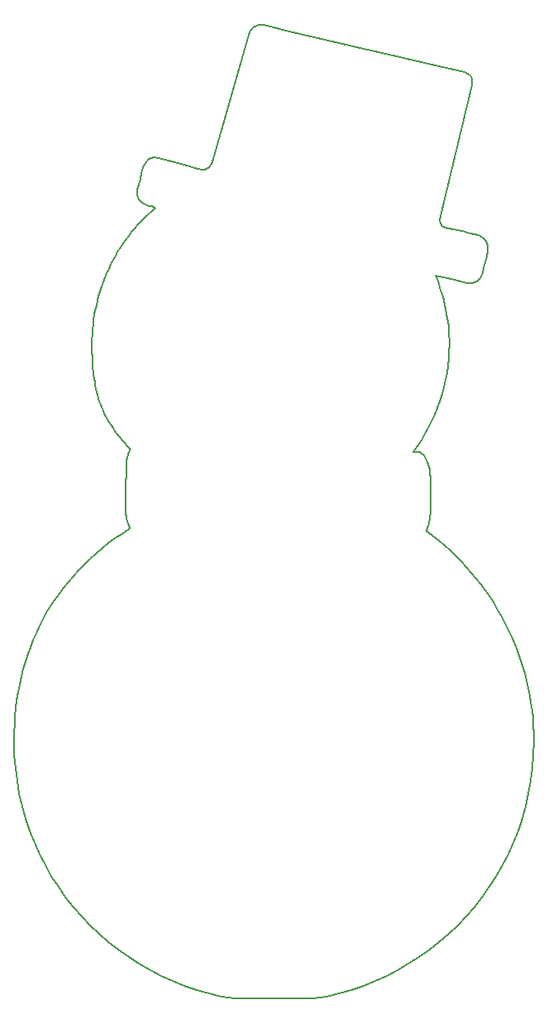
<source format=gbr>
G04 #@! TF.GenerationSoftware,KiCad,Pcbnew,(5.0.1)-4*
G04 #@! TF.CreationDate,2019-03-02T12:17:37+01:00*
G04 #@! TF.ProjectId,Simple_Christamas_Ornament,53696D706C655F436872697374616D61,rev?*
G04 #@! TF.SameCoordinates,Original*
G04 #@! TF.FileFunction,Profile,NP*
%FSLAX46Y46*%
G04 Gerber Fmt 4.6, Leading zero omitted, Abs format (unit mm)*
G04 Created by KiCad (PCBNEW (5.0.1)-4) date 02/03/2019 12:17:37*
%MOMM*%
%LPD*%
G01*
G04 APERTURE LIST*
%ADD10C,0.200000*%
G04 APERTURE END LIST*
D10*
X143764000Y-141325600D02*
X135661400Y-141325600D01*
X154246429Y-85431852D02*
X154248546Y-85431852D01*
X154218912Y-85431852D02*
X154221029Y-85431852D01*
X154216796Y-85431852D02*
X154218912Y-85431852D01*
X154297229Y-85431852D02*
X154299346Y-85431852D01*
X154199862Y-85431852D02*
X154201979Y-85431852D01*
X154210446Y-85431852D02*
X154212562Y-85431852D01*
X154295112Y-85431852D02*
X154297229Y-85431852D01*
X154252779Y-85431852D02*
X154254896Y-85431852D01*
X154248546Y-85431852D02*
X154250662Y-85431852D01*
X154237962Y-85431852D02*
X154240079Y-85431852D01*
X154180812Y-85431852D02*
X154182929Y-85431852D01*
X154212562Y-85431852D02*
X154214679Y-85431852D01*
X154286646Y-85431852D02*
X154288762Y-85431852D01*
X154284529Y-85431852D02*
X154286646Y-85431852D01*
X154197746Y-85431852D02*
X154199862Y-85431852D01*
X154271829Y-85431852D02*
X154273946Y-85431852D01*
X154174462Y-85431852D02*
X154176579Y-85431852D01*
X154267596Y-85431852D02*
X154269712Y-85431852D01*
X154233729Y-85431852D02*
X154235846Y-85431852D01*
X154227379Y-85431852D02*
X154229496Y-85431852D01*
X154225262Y-85431852D02*
X154227379Y-85431852D01*
X154223146Y-85431852D02*
X154225262Y-85431852D01*
X154221029Y-85431852D02*
X154223146Y-85431852D01*
X154189279Y-85431852D02*
X154191396Y-85431852D01*
X154185046Y-85431852D02*
X154187162Y-85431852D01*
X154170229Y-85431852D02*
X154172346Y-85431852D01*
X154187162Y-85431852D02*
X154189279Y-85431852D01*
X154176579Y-85431852D02*
X154178696Y-85431852D01*
X154193512Y-85431852D02*
X154195629Y-85431852D01*
X154165996Y-85431852D02*
X154168112Y-85431852D01*
X154282412Y-85431852D02*
X154284529Y-85431852D01*
X154280296Y-85431852D02*
X154282412Y-85431852D01*
X154278179Y-85431852D02*
X154280296Y-85431852D01*
X154191396Y-85431852D02*
X154193512Y-85431852D01*
X154214679Y-85431852D02*
X154216796Y-85431852D01*
X154263362Y-85431852D02*
X154265479Y-85431852D01*
X154257012Y-85431852D02*
X154259129Y-85431852D01*
X154182929Y-85431852D02*
X154185046Y-85431852D01*
X154288762Y-85431852D02*
X154290879Y-85431852D01*
X154276062Y-85431852D02*
X154278179Y-85431852D01*
X154229496Y-85431852D02*
X154231612Y-85431852D01*
X154254896Y-85431852D02*
X154257012Y-85431852D01*
X154269712Y-85431852D02*
X154271829Y-85431852D01*
X154195629Y-85431852D02*
X154197746Y-85431852D01*
X154172346Y-85431852D02*
X154174462Y-85431852D01*
X154178696Y-85431852D02*
X154180812Y-85431852D01*
X154273946Y-85431852D02*
X154276062Y-85431852D01*
X154168112Y-85431852D02*
X154170229Y-85431852D01*
X154292996Y-85431852D02*
X154295112Y-85431852D01*
X154265479Y-85431852D02*
X154267596Y-85431852D01*
X154204096Y-85431852D02*
X154206212Y-85431852D01*
X154244312Y-85431852D02*
X154246429Y-85431852D01*
X154206212Y-85431852D02*
X154208329Y-85431852D01*
X154201979Y-85431852D02*
X154204096Y-85431852D01*
X154290879Y-85431852D02*
X154292996Y-85431852D01*
X154261246Y-85431852D02*
X154263362Y-85431852D01*
X154235846Y-85431852D02*
X154237962Y-85431852D01*
X154231612Y-85431852D02*
X154233729Y-85431852D01*
X154163879Y-85431852D02*
X154165996Y-85431852D01*
X154242196Y-85431852D02*
X154244312Y-85431852D01*
X154208329Y-85431852D02*
X154210446Y-85431852D01*
X154259129Y-85431852D02*
X154261246Y-85431852D01*
X154240079Y-85431852D02*
X154242196Y-85431852D01*
X154250662Y-85431852D02*
X154252779Y-85431852D01*
X154106729Y-85431852D02*
X154108846Y-85431852D01*
X154132129Y-85431852D02*
X154134246Y-85431852D01*
X154028412Y-85431852D02*
X154030529Y-85431852D01*
X154119429Y-85431852D02*
X154121546Y-85431852D01*
X154140596Y-85431852D02*
X154142712Y-85431852D01*
X154138479Y-85431852D02*
X154140596Y-85431852D01*
X154136362Y-85431852D02*
X154138479Y-85431852D01*
X154134246Y-85431852D02*
X154136362Y-85431852D01*
X154032646Y-85431852D02*
X154034762Y-85431852D01*
X154127896Y-85431852D02*
X154130012Y-85431852D01*
X154123662Y-85431852D02*
X154125779Y-85431852D01*
X154051696Y-85431852D02*
X154053812Y-85431852D01*
X154053812Y-85431852D02*
X154055929Y-85431852D01*
X154043229Y-85431852D02*
X154045346Y-85431852D01*
X154081329Y-85431852D02*
X154083446Y-85431852D01*
X154115196Y-85431852D02*
X154117312Y-85431852D01*
X154034762Y-85431852D02*
X154036879Y-85431852D01*
X154091912Y-85431852D02*
X154094029Y-85431852D01*
X154100379Y-85431852D02*
X154102496Y-85431852D01*
X154125779Y-85431852D02*
X154127896Y-85431852D01*
X154130012Y-85431852D02*
X154132129Y-85431852D01*
X154104612Y-85431852D02*
X154106729Y-85431852D01*
X154066512Y-85431852D02*
X154068629Y-85431852D01*
X154113079Y-85431852D02*
X154115196Y-85431852D01*
X154068629Y-85431852D02*
X154070746Y-85431852D01*
X154036879Y-85431852D02*
X154038996Y-85431852D01*
X154062279Y-85431852D02*
X154064396Y-85431852D01*
X154102496Y-85431852D02*
X154104612Y-85431852D01*
X154041112Y-85431852D02*
X154043229Y-85431852D01*
X154064396Y-85431852D02*
X154066512Y-85431852D01*
X154045346Y-85431852D02*
X154047462Y-85431852D01*
X154098262Y-85431852D02*
X154100379Y-85431852D01*
X154060162Y-85431852D02*
X154062279Y-85431852D01*
X154121546Y-85431852D02*
X154123662Y-85431852D01*
X154117312Y-85431852D02*
X154119429Y-85431852D01*
X154072862Y-85431852D02*
X154074979Y-85431852D01*
X154038996Y-85431852D02*
X154041112Y-85431852D01*
X154079212Y-85431852D02*
X154081329Y-85431852D01*
X154085562Y-85431852D02*
X154087679Y-85431852D01*
X154070746Y-85431852D02*
X154072862Y-85431852D01*
X154161762Y-85431852D02*
X154163879Y-85431852D01*
X154055929Y-85431852D02*
X154058046Y-85431852D01*
X154142712Y-85431852D02*
X154144829Y-85431852D01*
X154087679Y-85431852D02*
X154089796Y-85431852D01*
X154047462Y-85431852D02*
X154049579Y-85431852D01*
X154096146Y-85431852D02*
X154098262Y-85431852D01*
X154074979Y-85431852D02*
X154077096Y-85431852D01*
X154108846Y-85431852D02*
X154110962Y-85431852D01*
X154058046Y-85431852D02*
X154060162Y-85431852D01*
X154159646Y-85431852D02*
X154161762Y-85431852D01*
X154157529Y-85431852D02*
X154159646Y-85431852D01*
X154110962Y-85431852D02*
X154113079Y-85431852D01*
X154155412Y-85431852D02*
X154157529Y-85431852D01*
X154077096Y-85431852D02*
X154079212Y-85431852D01*
X154030529Y-85431852D02*
X154032646Y-85431852D01*
X154153296Y-85431852D02*
X154155412Y-85431852D01*
X154151179Y-85431852D02*
X154153296Y-85431852D01*
X154083446Y-85431852D02*
X154085562Y-85431852D01*
X154089796Y-85431852D02*
X154091912Y-85431852D01*
X154149062Y-85431852D02*
X154151179Y-85431852D01*
X154049579Y-85431852D02*
X154051696Y-85431852D01*
X154146946Y-85431852D02*
X154149062Y-85431852D01*
X154144829Y-85431852D02*
X154146946Y-85431852D01*
X154094029Y-85431852D02*
X154096146Y-85431852D01*
X154005129Y-85431852D02*
X154007246Y-85431852D01*
X153998779Y-85431852D02*
X154000896Y-85431852D01*
X156203626Y-81599857D02*
X155898376Y-82271603D01*
X153994546Y-85431852D02*
X153996662Y-85431852D01*
X153992429Y-85431852D02*
X153994546Y-85431852D01*
X154407756Y-84829139D02*
X153969146Y-85431852D01*
X156442717Y-67769396D02*
X156602327Y-68194089D01*
X153979729Y-85431852D02*
X153981846Y-85431852D01*
X157641856Y-73047291D02*
X157670180Y-73499684D01*
X154820273Y-84210893D02*
X154407756Y-84829139D01*
X155565874Y-82931264D02*
X155206409Y-83577980D01*
X156952944Y-79520724D02*
X156731200Y-80223556D01*
X159502038Y-68129817D02*
X157887233Y-67739077D01*
X157146270Y-78809252D02*
X156952944Y-79520724D01*
X157693172Y-74407212D02*
X157676424Y-75152438D01*
X157676424Y-75152438D02*
X157629550Y-75894192D01*
X160021301Y-68150110D02*
X159502038Y-68129817D01*
X157016709Y-69487949D02*
X157133218Y-69925144D01*
X154026296Y-85431852D02*
X154028412Y-85431852D01*
X154013596Y-85431852D02*
X154015712Y-85431852D01*
X154024179Y-85431852D02*
X154026296Y-85431852D01*
X154000896Y-85431852D02*
X154003012Y-85431852D01*
X153977612Y-85431852D02*
X153979729Y-85431852D01*
X153971262Y-85431852D02*
X153973379Y-85431852D01*
X153973379Y-85431852D02*
X153975496Y-85431852D01*
X157417301Y-71251604D02*
X157490046Y-71698032D01*
X157446506Y-77363833D02*
X157310889Y-78090003D01*
X154019946Y-85431852D02*
X154022062Y-85431852D01*
X154003012Y-85431852D02*
X154005129Y-85431852D01*
X153990312Y-85431852D02*
X153992429Y-85431852D01*
X153988196Y-85431852D02*
X153990312Y-85431852D01*
X157333553Y-70807178D02*
X157417301Y-71251604D01*
X157670180Y-73499684D02*
X157687298Y-73953060D01*
X156889368Y-69053572D02*
X157016709Y-69487949D01*
X154022062Y-85431852D02*
X154024179Y-85431852D01*
X154017829Y-85431852D02*
X154019946Y-85431852D01*
X154015712Y-85431852D02*
X154017829Y-85431852D01*
X157490046Y-71698032D02*
X157551747Y-72146260D01*
X154011479Y-85431852D02*
X154013596Y-85431852D01*
X160490535Y-67976054D02*
X160021301Y-68150110D01*
X154009362Y-85431852D02*
X154011479Y-85431852D01*
X154007246Y-85431852D02*
X154009362Y-85431852D01*
X153975496Y-85431852D02*
X153977612Y-85431852D01*
X156272431Y-67348335D02*
X156442717Y-67769396D01*
X157552824Y-76631609D02*
X157446506Y-77363833D01*
X153996662Y-85431852D02*
X153998779Y-85431852D01*
X153986079Y-85431852D02*
X153988196Y-85431852D01*
X153983962Y-85431852D02*
X153986079Y-85431852D01*
X157887233Y-67739077D02*
X156272431Y-67348335D01*
X157629550Y-75894192D02*
X157552824Y-76631609D01*
X153981846Y-85431852D02*
X153983962Y-85431852D01*
X153969146Y-85431852D02*
X153971262Y-85431852D01*
X155206409Y-83577980D02*
X154820273Y-84210893D01*
X155898376Y-82271603D02*
X155565874Y-82931264D01*
X156731200Y-80223556D02*
X156481333Y-80916886D01*
X157310889Y-78090003D02*
X157146270Y-78809252D01*
X157602364Y-72596081D02*
X157641856Y-73047291D01*
X157687298Y-73953060D02*
X157693172Y-74407212D01*
X156751223Y-68622217D02*
X156889368Y-69053572D01*
X157551747Y-72146260D02*
X157602364Y-72596081D01*
X156602327Y-68194089D02*
X156751223Y-68622217D01*
X157238848Y-70364956D02*
X157333553Y-70807178D01*
X156481333Y-80916886D02*
X156203626Y-81599857D01*
X157133218Y-69925144D02*
X157238848Y-70364956D01*
X159813236Y-46909355D02*
X159928285Y-47064594D01*
X160859782Y-67638181D02*
X160490535Y-67976054D01*
X161079071Y-67167027D02*
X160859782Y-67638181D01*
X138531669Y-41740394D02*
X138564331Y-41744230D01*
X161359363Y-66009128D02*
X161219218Y-66588076D01*
X161659948Y-64331972D02*
X161639655Y-64851232D01*
X156650081Y-45996910D02*
X159214973Y-46600999D01*
X161485895Y-63862733D02*
X161659948Y-64331972D01*
X156802016Y-62055491D02*
X156981779Y-62285901D01*
X156773097Y-61324659D02*
X156726837Y-61739698D01*
X160030784Y-47679163D02*
X159986554Y-47931604D01*
X160036314Y-47450108D02*
X160030784Y-47679163D01*
X160002397Y-47245050D02*
X160036314Y-47450108D01*
X158963071Y-62859491D02*
X159819967Y-63066845D01*
X156981779Y-62285901D02*
X157249280Y-62444786D01*
X159986554Y-47931604D02*
X156773097Y-61324659D01*
X146390511Y-43580566D02*
X148955405Y-44184652D01*
X138695835Y-41768308D02*
X141260727Y-42372394D01*
X156726837Y-61739698D02*
X156802016Y-62055491D01*
X159457326Y-46676948D02*
X159656494Y-46779934D01*
X159214973Y-46600999D02*
X159457326Y-46676948D01*
X138597087Y-41748940D02*
X138629924Y-41754523D01*
X148955405Y-44184652D02*
X151520295Y-44788741D01*
X138434297Y-41733965D02*
X138466645Y-41735288D01*
X143825619Y-42976480D02*
X146390511Y-43580566D01*
X154085187Y-45392827D02*
X156650081Y-45996910D01*
X138499106Y-41737404D02*
X138531669Y-41740394D01*
X159656494Y-46779934D02*
X159813236Y-46909355D01*
X161219218Y-66588076D02*
X161079071Y-67167027D01*
X160676865Y-63274199D02*
X161148019Y-63493486D01*
X158106176Y-62652140D02*
X158963071Y-62859491D01*
X161499510Y-65430180D02*
X161359363Y-66009128D01*
X138662841Y-41760979D02*
X138695835Y-41768308D01*
X151520295Y-44788741D02*
X154085187Y-45392827D01*
X161639655Y-64851232D02*
X161499510Y-65430180D01*
X161148019Y-63493486D02*
X161485895Y-63862733D01*
X159819967Y-63066845D02*
X160676865Y-63274199D01*
X157249280Y-62444786D02*
X158106176Y-62652140D01*
X138564331Y-41744230D02*
X138597087Y-41748940D01*
X141260727Y-42372394D02*
X143825619Y-42976480D01*
X138629924Y-41754523D02*
X138662841Y-41760979D01*
X138466645Y-41735288D02*
X138499106Y-41737404D01*
X159928285Y-47064594D02*
X160002397Y-47245050D01*
X163427611Y-102924374D02*
X163771932Y-103621853D01*
X155759835Y-90760494D02*
X155759835Y-90952055D01*
X161850527Y-100242484D02*
X162274303Y-100895840D01*
X156590820Y-94453371D02*
X157196911Y-94964544D01*
X155487965Y-93600968D02*
X155527952Y-93630800D01*
X155643072Y-92536105D02*
X155613436Y-92670622D01*
X155967784Y-93958921D02*
X156590820Y-94453371D01*
X155887814Y-93899265D02*
X155927798Y-93929091D01*
X155847830Y-93869433D02*
X155887814Y-93899265D01*
X155647908Y-93720288D02*
X155687892Y-93750117D01*
X155712977Y-92109507D02*
X155692948Y-92255321D01*
X155607922Y-93690458D02*
X155647908Y-93720288D01*
X155759835Y-90568933D02*
X155759835Y-90760494D01*
X155729593Y-91960372D02*
X155712977Y-92109507D01*
X155506991Y-93047992D02*
X155466010Y-93164300D01*
X155757983Y-91495327D02*
X155752215Y-91653061D01*
X158357310Y-96035233D02*
X158911152Y-96593840D01*
X163063076Y-102237241D02*
X163427611Y-102924374D01*
X162678562Y-101560910D02*
X163063076Y-102237241D01*
X155767860Y-93809775D02*
X155807846Y-93839607D01*
X155328027Y-93481652D02*
X155368014Y-93511481D01*
X162274303Y-100895840D02*
X162678562Y-101560910D01*
X161407472Y-99601298D02*
X161850527Y-100242484D01*
X160945372Y-98972735D02*
X161407472Y-99601298D01*
X155376425Y-93381356D02*
X155328027Y-93481652D01*
X159964956Y-97755308D02*
X160464455Y-98357253D01*
X155527952Y-93630800D02*
X155567938Y-93660629D01*
X155545292Y-92926792D02*
X155506991Y-93047992D01*
X159447113Y-97167351D02*
X159964956Y-97755308D01*
X155368014Y-93511481D02*
X155407997Y-93541307D01*
X158911152Y-96593840D02*
X159447113Y-97167351D01*
X157785816Y-95491980D02*
X158357310Y-96035233D01*
X155742716Y-91808149D02*
X155729593Y-91960372D01*
X157196911Y-94964544D02*
X157785816Y-95491980D01*
X155727876Y-93779946D02*
X155767860Y-93809775D01*
X155669612Y-92397593D02*
X155643072Y-92536105D01*
X155759835Y-91143616D02*
X155759835Y-91335180D01*
X155927798Y-93929091D02*
X155967784Y-93958921D01*
X155687892Y-93750117D02*
X155727876Y-93779946D01*
X155692948Y-92255321D02*
X155669612Y-92397593D01*
X155807846Y-93839607D02*
X155847830Y-93869433D01*
X155567938Y-93660629D02*
X155607922Y-93690458D01*
X155447984Y-93571139D02*
X155487965Y-93600968D01*
X155759835Y-91335180D02*
X155757983Y-91495327D01*
X155407997Y-93541307D02*
X155447984Y-93571139D01*
X155759835Y-90952055D02*
X155759835Y-91143616D01*
X155580807Y-92800929D02*
X155545292Y-92926792D01*
X155752215Y-91653061D02*
X155742716Y-91808149D01*
X155422454Y-93275499D02*
X155376425Y-93381356D01*
X155613436Y-92670622D02*
X155580807Y-92800929D01*
X160464455Y-98357253D02*
X160945372Y-98972735D01*
X155466010Y-93164300D02*
X155422454Y-93275499D01*
X155759835Y-90185811D02*
X155759835Y-90377372D01*
X155661992Y-87163338D02*
X155703865Y-87424360D01*
X155609536Y-86915122D02*
X155661992Y-87163338D01*
X155759835Y-88844885D02*
X155759835Y-89036445D01*
X155759835Y-88461763D02*
X155759835Y-88653324D01*
X154500429Y-85431852D02*
X154502546Y-85431852D01*
X155753406Y-87979194D02*
X155759835Y-88270202D01*
X155306276Y-86078425D02*
X155394869Y-86261363D01*
X154439046Y-85431852D02*
X154441162Y-85431852D01*
X155734541Y-87696778D02*
X155753406Y-87979194D01*
X154487729Y-85431852D02*
X154489846Y-85431852D01*
X155703865Y-87424360D02*
X155734541Y-87696778D01*
X154481379Y-85431852D02*
X154483496Y-85431852D01*
X154458096Y-85431852D02*
X154460212Y-85431852D01*
X154445396Y-85431852D02*
X154447512Y-85431852D01*
X154464446Y-85431852D02*
X154466562Y-85431852D01*
X154447512Y-85431852D02*
X154449629Y-85431852D01*
X154460212Y-85431852D02*
X154462329Y-85431852D01*
X155759835Y-89994250D02*
X155759835Y-90185811D01*
X154466562Y-85431852D02*
X154468679Y-85431852D01*
X155759835Y-89802689D02*
X155759835Y-89994250D01*
X155759835Y-89611128D02*
X155759835Y-89802689D01*
X155759835Y-89419567D02*
X155759835Y-89611128D01*
X155759835Y-88270202D02*
X155759835Y-88461763D01*
X154883178Y-85559045D02*
X154998023Y-85654224D01*
X154511012Y-85431852D02*
X154639055Y-85446457D01*
X154453862Y-85431852D02*
X154455979Y-85431852D01*
X155759835Y-89228006D02*
X155759835Y-89419567D01*
X155759835Y-89036445D02*
X155759835Y-89228006D01*
X155759835Y-88653324D02*
X155759835Y-88844885D01*
X155547121Y-86681119D02*
X155609536Y-86915122D01*
X155475358Y-86462732D02*
X155547121Y-86681119D01*
X154504662Y-85431852D02*
X154506779Y-85431852D01*
X154441162Y-85431852D02*
X154443279Y-85431852D01*
X155394869Y-86261363D02*
X155475358Y-86462732D01*
X154485612Y-85431852D02*
X154487729Y-85431852D01*
X154491962Y-85431852D02*
X154494079Y-85431852D01*
X154998023Y-85654224D02*
X155107232Y-85773450D01*
X154494079Y-85431852D02*
X154496196Y-85431852D01*
X154763314Y-85489322D02*
X154883178Y-85559045D01*
X154470796Y-85431852D02*
X154472912Y-85431852D01*
X155210190Y-85915320D02*
X155306276Y-86078425D01*
X154498312Y-85431852D02*
X154500429Y-85431852D01*
X154477146Y-85431852D02*
X154479262Y-85431852D01*
X154451746Y-85431852D02*
X154453862Y-85431852D01*
X154483496Y-85431852D02*
X154485612Y-85431852D01*
X154475029Y-85431852D02*
X154477146Y-85431852D01*
X155107232Y-85773450D02*
X155210190Y-85915320D01*
X154508896Y-85431852D02*
X154511012Y-85431852D01*
X154449629Y-85431852D02*
X154451746Y-85431852D01*
X154479262Y-85431852D02*
X154481379Y-85431852D01*
X154472912Y-85431852D02*
X154475029Y-85431852D01*
X154506779Y-85431852D02*
X154508896Y-85431852D01*
X154502546Y-85431852D02*
X154504662Y-85431852D01*
X154489846Y-85431852D02*
X154491962Y-85431852D01*
X154468679Y-85431852D02*
X154470796Y-85431852D01*
X154436929Y-85431852D02*
X154439046Y-85431852D01*
X154462329Y-85431852D02*
X154464446Y-85431852D01*
X154455979Y-85431852D02*
X154458096Y-85431852D01*
X154443279Y-85431852D02*
X154445396Y-85431852D01*
X154434812Y-85431852D02*
X154436929Y-85431852D01*
X154496196Y-85431852D02*
X154498312Y-85431852D01*
X154639055Y-85446457D02*
X154763314Y-85489322D01*
X155759835Y-90377372D02*
X155759835Y-90568933D01*
X154390362Y-85431852D02*
X154392479Y-85431852D01*
X154354379Y-85431852D02*
X154356496Y-85431852D01*
X154352262Y-85431852D02*
X154354379Y-85431852D01*
X154432696Y-85431852D02*
X154434812Y-85431852D01*
X154413646Y-85431852D02*
X154415762Y-85431852D01*
X154318396Y-85431852D02*
X154320512Y-85431852D01*
X154407296Y-85431852D02*
X154409412Y-85431852D01*
X154405179Y-85431852D02*
X154407296Y-85431852D01*
X154343796Y-85431852D02*
X154345912Y-85431852D01*
X154388246Y-85431852D02*
X154390362Y-85431852D01*
X154305696Y-85431852D02*
X154307812Y-85431852D01*
X154369196Y-85431852D02*
X154371312Y-85431852D01*
X154364962Y-85431852D02*
X154367079Y-85431852D01*
X154360729Y-85431852D02*
X154362846Y-85431852D01*
X154358612Y-85431852D02*
X154360729Y-85431852D01*
X154299346Y-85431852D02*
X154301462Y-85431852D01*
X154356496Y-85431852D02*
X154358612Y-85431852D01*
X154422112Y-85431852D02*
X154424229Y-85431852D01*
X154398829Y-85431852D02*
X154400946Y-85431852D01*
X154430579Y-85431852D02*
X154432696Y-85431852D01*
X154428462Y-85431852D02*
X154430579Y-85431852D01*
X154426346Y-85431852D02*
X154428462Y-85431852D01*
X154419996Y-85431852D02*
X154422112Y-85431852D01*
X154362846Y-85431852D02*
X154364962Y-85431852D01*
X154417879Y-85431852D02*
X154419996Y-85431852D01*
X154328979Y-85431852D02*
X154331096Y-85431852D01*
X154335329Y-85431852D02*
X154337446Y-85431852D01*
X154411529Y-85431852D02*
X154413646Y-85431852D01*
X154403062Y-85431852D02*
X154405179Y-85431852D01*
X154386129Y-85431852D02*
X154388246Y-85431852D01*
X154377662Y-85431852D02*
X154379779Y-85431852D01*
X154371312Y-85431852D02*
X154373429Y-85431852D01*
X154322629Y-85431852D02*
X154324746Y-85431852D01*
X154367079Y-85431852D02*
X154369196Y-85431852D01*
X154348029Y-85431852D02*
X154350146Y-85431852D01*
X154303579Y-85431852D02*
X154305696Y-85431852D01*
X154309929Y-85431852D02*
X154312046Y-85431852D01*
X154345912Y-85431852D02*
X154348029Y-85431852D01*
X154312046Y-85431852D02*
X154314162Y-85431852D01*
X154337446Y-85431852D02*
X154339562Y-85431852D01*
X154333212Y-85431852D02*
X154335329Y-85431852D01*
X154341679Y-85431852D02*
X154343796Y-85431852D01*
X154394596Y-85431852D02*
X154396712Y-85431852D01*
X154316279Y-85431852D02*
X154318396Y-85431852D01*
X154350146Y-85431852D02*
X154352262Y-85431852D01*
X154409412Y-85431852D02*
X154411529Y-85431852D01*
X154301462Y-85431852D02*
X154303579Y-85431852D01*
X154381896Y-85431852D02*
X154384012Y-85431852D01*
X154375546Y-85431852D02*
X154377662Y-85431852D01*
X154415762Y-85431852D02*
X154417879Y-85431852D01*
X154326862Y-85431852D02*
X154328979Y-85431852D01*
X154339562Y-85431852D02*
X154341679Y-85431852D01*
X154400946Y-85431852D02*
X154403062Y-85431852D01*
X154396712Y-85431852D02*
X154398829Y-85431852D01*
X154392479Y-85431852D02*
X154394596Y-85431852D01*
X154384012Y-85431852D02*
X154386129Y-85431852D01*
X154373429Y-85431852D02*
X154375546Y-85431852D01*
X154320512Y-85431852D02*
X154322629Y-85431852D01*
X154379779Y-85431852D02*
X154381896Y-85431852D01*
X154324746Y-85431852D02*
X154326862Y-85431852D01*
X154307812Y-85431852D02*
X154309929Y-85431852D01*
X154314162Y-85431852D02*
X154316279Y-85431852D01*
X154331096Y-85431852D02*
X154333212Y-85431852D01*
X154424229Y-85431852D02*
X154426346Y-85431852D01*
X124597739Y-86735367D02*
X124607158Y-86569791D01*
X124578451Y-88499598D02*
X124583901Y-87867678D01*
X124566439Y-89503014D02*
X124572551Y-89041869D01*
X121261915Y-77571089D02*
X121220780Y-77206946D01*
X123928838Y-83910985D02*
X123691962Y-83606370D01*
X121309823Y-77927718D02*
X121261915Y-77571089D01*
X125010725Y-85154667D02*
X124719461Y-84839008D01*
X124583901Y-87867678D02*
X124588664Y-87137602D01*
X124572551Y-89041869D02*
X124578451Y-88499598D01*
X124544902Y-90706572D02*
X124549373Y-90484806D01*
X121757247Y-79936366D02*
X121662042Y-79614813D01*
X121861442Y-80253753D02*
X121757247Y-79936366D01*
X122374514Y-81491129D02*
X122231166Y-81185652D01*
X124178838Y-84217645D02*
X123928838Y-83910985D01*
X121364817Y-78277307D02*
X121309823Y-77927718D01*
X124701747Y-85980386D02*
X124729962Y-85889740D01*
X123056875Y-82700005D02*
X122869301Y-82398788D01*
X121427221Y-78620331D02*
X121364817Y-78277307D01*
X121497349Y-78957273D02*
X121427221Y-78620331D01*
X123256296Y-83001358D02*
X123056875Y-82700005D01*
X122231166Y-81185652D02*
X122098085Y-80877913D01*
X124915935Y-85411873D02*
X124961901Y-85290911D01*
X124539319Y-91042945D02*
X124541436Y-90889780D01*
X124654519Y-86180147D02*
X124676585Y-86076216D01*
X122869301Y-82398788D02*
X122693263Y-82097216D01*
X124542547Y-91407321D02*
X124539584Y-91293201D01*
X124555353Y-91656117D02*
X124547733Y-91525455D01*
X122528438Y-81794826D02*
X122374514Y-81491129D01*
X124547733Y-91525455D02*
X124542547Y-91407321D01*
X124719461Y-84839008D02*
X124442273Y-84526826D01*
X124872853Y-85520474D02*
X124915935Y-85411873D01*
X121662042Y-79614813D02*
X121575515Y-79288605D01*
X122693263Y-82097216D02*
X122528438Y-81794826D01*
X124442273Y-84526826D02*
X124178838Y-84217645D01*
X124832687Y-85619640D02*
X124872853Y-85520474D01*
X124795462Y-85712289D02*
X124832687Y-85619640D01*
X124619779Y-86424011D02*
X124635575Y-86295103D01*
X124591574Y-86923663D02*
X124597739Y-86735367D01*
X123691962Y-83606370D02*
X123467886Y-83303319D01*
X124761212Y-85801348D02*
X124795462Y-85712289D01*
X124539584Y-91293201D02*
X124538525Y-91174578D01*
X124588664Y-87137602D02*
X124591574Y-86923663D01*
X121095719Y-74407212D02*
X121102678Y-73902197D01*
X124676585Y-86076216D02*
X124701747Y-85980386D01*
X122098085Y-80877913D02*
X121974948Y-80567440D01*
X121157553Y-76454180D02*
X121134825Y-76064605D01*
X124729962Y-85889740D02*
X124761212Y-85801348D01*
X121098392Y-74837382D02*
X121095719Y-74407212D01*
X121575515Y-79288605D02*
X121497349Y-78957273D01*
X124635575Y-86295103D02*
X124654519Y-86180147D01*
X124961901Y-85290911D02*
X125010725Y-85154667D01*
X124560380Y-89891539D02*
X124566439Y-89503014D01*
X121105562Y-75256686D02*
X121098392Y-74837382D01*
X121134825Y-76064605D02*
X121117601Y-75665600D01*
X121117601Y-75665600D02*
X121105562Y-75256686D01*
X121186098Y-76834799D02*
X121157553Y-76454180D01*
X124541436Y-90889780D02*
X124544902Y-90706572D01*
X124538525Y-91174578D02*
X124539319Y-91042945D01*
X121974948Y-80567440D02*
X121861442Y-80253753D01*
X123467886Y-83303319D02*
X123256296Y-83001358D01*
X124554612Y-90215966D02*
X124560380Y-89891539D01*
X121220780Y-77206946D02*
X121186098Y-76834799D01*
X124549373Y-90484806D02*
X124554612Y-90215966D01*
X124607158Y-86569791D02*
X124619779Y-86424011D01*
X124681906Y-92442075D02*
X124643925Y-92305370D01*
X113118294Y-114148690D02*
X113154055Y-113292631D01*
X124953964Y-93129132D02*
X124938988Y-93075130D01*
X124950471Y-93218013D02*
X124958356Y-93176487D01*
X124928590Y-93254526D02*
X124950471Y-93218013D01*
X122136376Y-95285623D02*
X122790796Y-94765667D01*
X114775226Y-105376776D02*
X115063569Y-104651267D01*
X121504786Y-95818976D02*
X122136376Y-95285623D01*
X119747088Y-97498641D02*
X120310137Y-96925556D01*
X114047812Y-107626399D02*
X114267342Y-106864414D01*
X113851232Y-108400397D02*
X114047812Y-107626399D01*
X113105541Y-115016206D02*
X113118294Y-114148690D01*
X115730906Y-126558627D02*
X115197744Y-125379300D01*
X116959914Y-128821503D02*
X116318853Y-127706575D01*
X118394689Y-130945498D02*
X117652416Y-129901691D01*
X119185057Y-131951259D02*
X118394689Y-130945498D01*
X120021852Y-132917279D02*
X119185057Y-131951259D01*
X116066123Y-102548854D02*
X116446133Y-101872994D01*
X113399258Y-110793747D02*
X113526948Y-109984148D01*
X124938988Y-93075130D02*
X124915176Y-93013657D01*
X124565698Y-91807821D02*
X124555353Y-91656117D01*
X124847786Y-92865027D02*
X124807641Y-92776230D01*
X124584113Y-91989061D02*
X124565698Y-91807821D01*
X117652416Y-129901691D02*
X116959914Y-128821503D01*
X124610762Y-92154639D02*
X124584113Y-91989061D01*
X117723541Y-99921261D02*
X118195116Y-99296209D01*
X124168119Y-93766206D02*
X124891011Y-93286850D01*
X124643925Y-92305370D02*
X124610762Y-92154639D01*
X124722990Y-92565572D02*
X124681906Y-92442075D01*
X124765472Y-92676686D02*
X124722990Y-92565572D01*
X120310137Y-96925556D02*
X120896038Y-96365642D01*
X117274848Y-100559124D02*
X117723541Y-99921261D01*
X115709023Y-103237234D02*
X116066123Y-102548854D01*
X113140180Y-116386245D02*
X113105541Y-115016206D01*
X116318853Y-127706575D02*
X115730906Y-126558627D01*
X124807641Y-92776230D02*
X124765472Y-92676686D01*
X118195116Y-99296209D02*
X118689575Y-98684040D01*
X115197744Y-125379300D02*
X114721045Y-124170286D01*
X113677610Y-109186340D02*
X113851232Y-108400397D01*
X113943715Y-121669842D02*
X113646432Y-120381771D01*
X124884204Y-92943897D02*
X124847786Y-92865027D01*
X124915176Y-93013657D02*
X124884204Y-92943897D01*
X123468048Y-94259170D02*
X124168119Y-93766206D01*
X114509815Y-106114516D02*
X114775226Y-105376776D01*
X113212803Y-112448054D02*
X113294541Y-111615093D01*
X124958356Y-93176487D02*
X124953964Y-93129132D01*
X114267342Y-106864414D02*
X114509815Y-106114516D01*
X113412299Y-119070707D02*
X113242992Y-117738292D01*
X114302476Y-122933227D02*
X113943715Y-121669842D01*
X122790796Y-94765667D02*
X123468048Y-94259170D01*
X124891011Y-93286850D02*
X124928590Y-93254526D01*
X120896038Y-96365642D02*
X121504786Y-95818976D01*
X119206899Y-98084825D02*
X119747088Y-97498641D01*
X113294541Y-111615093D02*
X113399258Y-110793747D01*
X118689575Y-98684040D02*
X119206899Y-98084825D01*
X113154055Y-113292631D02*
X113212803Y-112448054D01*
X115374835Y-103938062D02*
X115709023Y-103237234D01*
X114721045Y-124170286D02*
X114302476Y-122933227D01*
X113526948Y-109984148D02*
X113677610Y-109186340D01*
X116849041Y-101209726D02*
X117274848Y-100559124D01*
X115063569Y-104651267D02*
X115374835Y-103938062D01*
X113242992Y-117738292D02*
X113140180Y-116386245D01*
X113646432Y-120381771D02*
X113412299Y-119070707D01*
X116446133Y-101872994D02*
X116849041Y-101209726D01*
X166339520Y-114218143D02*
X166352670Y-115016206D01*
X166052140Y-111065633D02*
X166158735Y-111846894D01*
X165770859Y-109519593D02*
X165922772Y-110289716D01*
X120903391Y-133841918D02*
X120021852Y-132917279D01*
X121828012Y-134723457D02*
X120903391Y-133841918D01*
X125923812Y-137785401D02*
X124843609Y-137092880D01*
X166158735Y-111846894D02*
X166242317Y-112633024D01*
X165922772Y-110289716D02*
X166052140Y-111065633D01*
X164942422Y-106506147D02*
X165182182Y-107248539D01*
X148883185Y-140024252D02*
X147646144Y-140442823D01*
X122794035Y-135560255D02*
X121828012Y-134723457D01*
X123799796Y-136350618D02*
X122794035Y-135560255D01*
X124843609Y-137092880D02*
X123799796Y-136350618D01*
X152419484Y-138426460D02*
X151271528Y-139014390D01*
X165514493Y-121669842D02*
X165155732Y-122933227D01*
X127038724Y-138426460D02*
X125923812Y-137785401D01*
X128186680Y-139014390D02*
X127038724Y-138426460D01*
X129366007Y-139547552D02*
X128186680Y-139014390D01*
X130575026Y-140024252D02*
X129366007Y-139547552D01*
X131812067Y-140442823D02*
X130575026Y-140024252D01*
X162498294Y-128821503D02*
X161805792Y-129901691D01*
X164399002Y-105046039D02*
X164681283Y-105771831D01*
X166045909Y-119070707D02*
X165811779Y-120381771D01*
X134363526Y-141098884D02*
X133075457Y-140801598D01*
X145094682Y-141098884D02*
X143783613Y-141333013D01*
X159436358Y-132917279D02*
X158554817Y-133841918D01*
X161805792Y-129901691D02*
X161063519Y-130945498D01*
X163139358Y-127706575D02*
X162498294Y-128821503D01*
X146382753Y-140801598D02*
X145094682Y-141098884D01*
X150092203Y-139547552D02*
X148883185Y-140024252D01*
X151271528Y-139014390D02*
X150092203Y-139547552D01*
X163727304Y-126558627D02*
X163139358Y-127706575D01*
X164260466Y-125379300D02*
X163727304Y-126558627D01*
X166318028Y-116386245D02*
X166215218Y-117738292D01*
X166302655Y-113423599D02*
X166339520Y-114218143D01*
X158554817Y-133841918D02*
X157630198Y-134723457D01*
X164737166Y-124170286D02*
X164260466Y-125379300D01*
X163771932Y-103621853D02*
X164095805Y-104329227D01*
X166242317Y-112633024D02*
X166302655Y-113423599D01*
X161063519Y-130945498D02*
X160273150Y-131951259D01*
X165811779Y-120381771D02*
X165514493Y-121669842D01*
X154614599Y-137092880D02*
X153534395Y-137785401D01*
X155658415Y-136350618D02*
X154614599Y-137092880D01*
X165155732Y-122933227D02*
X164737166Y-124170286D01*
X135674597Y-141333013D02*
X134363526Y-141098884D01*
X153534395Y-137785401D02*
X152419484Y-138426460D01*
X166215218Y-117738292D02*
X166045909Y-119070707D01*
X156664173Y-135560255D02*
X155658415Y-136350618D01*
X165596633Y-108755714D02*
X165770859Y-109519593D01*
X133075457Y-140801598D02*
X131812067Y-140442823D01*
X157630198Y-134723457D02*
X156664173Y-135560255D01*
X160273150Y-131951259D02*
X159436358Y-132917279D01*
X164681283Y-105771831D02*
X164942422Y-106506147D01*
X164095805Y-104329227D02*
X164399002Y-105046039D01*
X147646144Y-140442823D02*
X146382753Y-140801598D01*
X165400328Y-107998548D02*
X165596633Y-108755714D01*
X165182182Y-107248539D02*
X165400328Y-107998548D01*
X166352670Y-115016206D02*
X166318028Y-116386245D01*
X121646865Y-69950211D02*
X121774206Y-69470995D01*
X123993560Y-64526782D02*
X124266706Y-64113571D01*
X121102678Y-73902197D02*
X121123474Y-73399041D01*
X122600453Y-67141749D02*
X122802798Y-66691018D01*
X131877250Y-56452360D02*
X132375402Y-56590739D01*
X130559413Y-56069381D02*
X131877250Y-56452360D01*
X127892392Y-55345269D02*
X130559413Y-56069381D01*
X126315359Y-56308067D02*
X126535153Y-55834918D01*
X125154026Y-62917723D02*
X125472042Y-62534538D01*
X127605470Y-60415022D02*
X127383529Y-60361359D01*
X125895023Y-58044522D02*
X126035133Y-57465703D01*
X127383529Y-60361359D02*
X127161586Y-60307699D01*
X126491166Y-61434792D02*
X126852180Y-61085648D01*
X126140726Y-61792821D02*
X126491166Y-61434792D01*
X123017232Y-66245917D02*
X123243644Y-65806690D01*
X122232512Y-68059075D02*
X122410320Y-67597851D01*
X124551244Y-63707489D02*
X124847053Y-63308791D01*
X123481912Y-65373594D02*
X123731922Y-64946874D01*
X121342769Y-71410076D02*
X121431031Y-70920004D01*
X123243644Y-65806690D02*
X123481912Y-65373594D01*
X124266706Y-64113571D02*
X124551244Y-63707489D01*
X121532438Y-70433295D02*
X121646865Y-69950211D01*
X127374644Y-55318996D02*
X127892392Y-55345269D01*
X126905239Y-55493719D02*
X127374644Y-55318996D01*
X122067145Y-68525178D02*
X122232512Y-68059075D01*
X125734619Y-59142601D02*
X125754913Y-58623340D01*
X126035133Y-57465703D02*
X126175249Y-56886885D01*
X121431031Y-70920004D02*
X121532438Y-70433295D01*
X126246548Y-59981084D02*
X125908676Y-59611839D01*
X126852180Y-61085648D02*
X127223655Y-60745640D01*
X125800980Y-62159488D02*
X126140726Y-61792821D01*
X121267765Y-71903267D02*
X121342769Y-71410076D01*
X127161586Y-60307699D02*
X126939646Y-60254036D01*
X124847053Y-63308791D02*
X125154026Y-62917723D01*
X122802798Y-66691018D02*
X123017232Y-66245917D01*
X126535153Y-55834918D02*
X126905239Y-55493719D01*
X123731922Y-64946874D02*
X123993560Y-64526782D01*
X122410320Y-67597851D02*
X122600453Y-67141749D01*
X138207665Y-41747284D02*
X138434297Y-41733965D01*
X137995324Y-41798311D02*
X138207665Y-41747284D01*
X137451883Y-42149736D02*
X137614014Y-42002308D01*
X132375402Y-56590739D02*
X132583375Y-56581056D01*
X126175249Y-56886885D02*
X126315359Y-56308067D01*
X125754913Y-58623340D02*
X125895023Y-58044522D01*
X125472042Y-62534538D02*
X125800980Y-62159488D01*
X121206138Y-72399326D02*
X121267765Y-71903267D01*
X121123474Y-73399041D02*
X121158000Y-72898000D01*
X125908676Y-59611839D02*
X125734619Y-59142601D01*
X121774206Y-69470995D02*
X121914338Y-68995898D01*
X137796299Y-41884243D02*
X137995324Y-41798311D01*
X133316445Y-55945992D02*
X133497709Y-55491668D01*
X121914338Y-68995898D02*
X122067145Y-68525178D01*
X137614014Y-42002308D02*
X137796299Y-41884243D01*
X133086202Y-56271721D02*
X133316445Y-55945992D01*
X137313331Y-42323755D02*
X137451883Y-42149736D01*
X137201780Y-42521595D02*
X137313331Y-42323755D01*
X137120654Y-42740482D02*
X137201780Y-42521595D01*
X126717705Y-60200373D02*
X126246548Y-59981084D01*
X126939646Y-60254036D02*
X126717705Y-60200373D01*
X127223655Y-60745640D02*
X127605470Y-60415022D01*
X133497709Y-55491668D02*
X137120654Y-42740482D01*
X132833128Y-56479771D02*
X133086202Y-56271721D01*
X132583375Y-56581056D02*
X132833128Y-56479771D01*
X121158000Y-72898000D02*
X121206138Y-72399326D01*
M02*

</source>
